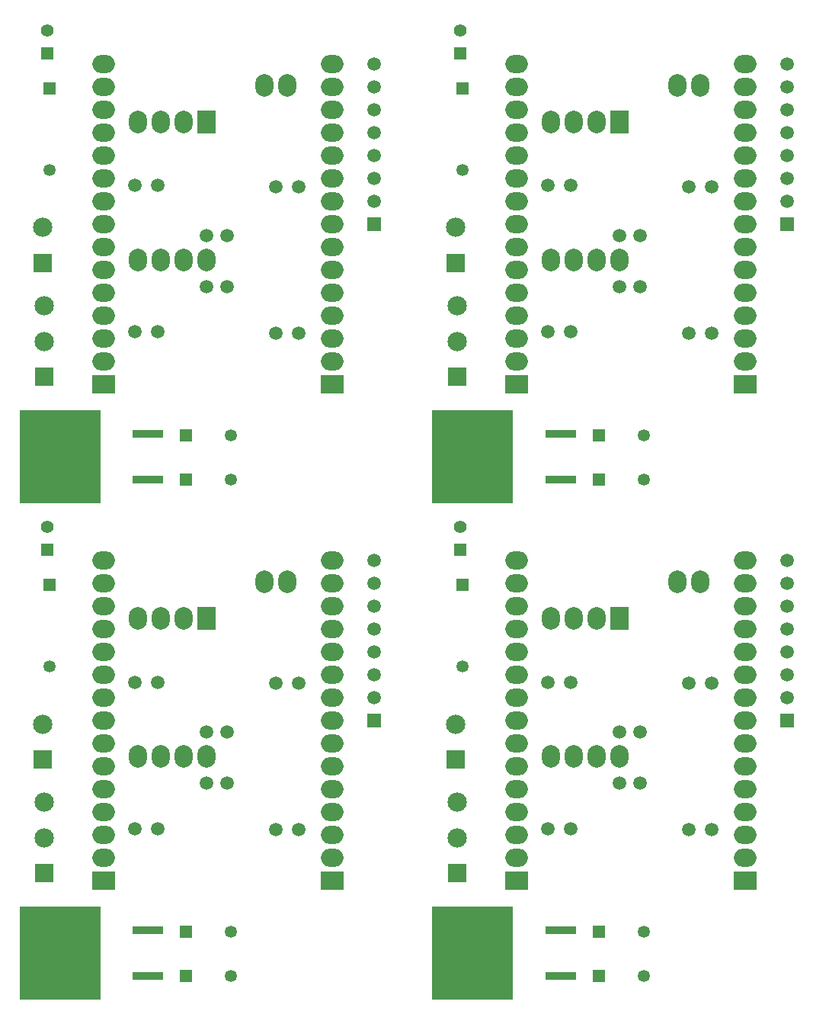
<source format=gbr>
G04*
G04 #@! TF.GenerationSoftware,Altium Limited,Altium Designer,25.4.2 (15)*
G04*
G04 Layer_Color=255*
%FSLAX44Y44*%
%MOMM*%
G71*
G04*
G04 #@! TF.SameCoordinates,E50F2220-639C-4698-B7CA-9BFD618F9179*
G04*
G04*
G04 #@! TF.FilePolarity,Positive*
G04*
G01*
G75*
%ADD10R,9.0000X10.3500*%
%ADD11R,3.5000X0.9500*%
%ADD13C,1.3500*%
%ADD14R,1.3500X1.3500*%
%ADD15O,2.0000X2.5000*%
%ADD16R,2.0000X2.5000*%
%ADD17C,1.5000*%
%ADD18R,1.5000X1.5000*%
%ADD19O,2.5000X2.0000*%
%ADD20R,2.5000X2.0000*%
%ADD21C,2.1500*%
%ADD22R,2.1500X2.1500*%
%ADD23C,1.4000*%
%ADD24R,1.4000X1.4000*%
%ADD25R,1.3500X1.3500*%
D10*
X566000Y339460D02*
D03*
X1024790D02*
D03*
X566000Y890730D02*
D03*
X1024790D02*
D03*
D11*
X663500Y364860D02*
D03*
Y314060D02*
D03*
X1122290Y364860D02*
D03*
Y314060D02*
D03*
X663500Y916130D02*
D03*
Y865330D02*
D03*
X1122290Y916130D02*
D03*
Y865330D02*
D03*
D13*
X755750Y313710D02*
D03*
Y362960D02*
D03*
X554250Y657960D02*
D03*
X1214540Y313710D02*
D03*
Y362960D02*
D03*
X1013040Y657960D02*
D03*
X755750Y864980D02*
D03*
Y914230D02*
D03*
X554250Y1209230D02*
D03*
X1214540Y864980D02*
D03*
Y914230D02*
D03*
X1013040Y1209230D02*
D03*
D14*
X705750Y313710D02*
D03*
Y362960D02*
D03*
X1164540Y313710D02*
D03*
Y362960D02*
D03*
X705750Y864980D02*
D03*
Y914230D02*
D03*
X1164540Y864980D02*
D03*
Y914230D02*
D03*
D15*
X793450Y752010D02*
D03*
X818850D02*
D03*
X653050Y557810D02*
D03*
X678450D02*
D03*
X703850D02*
D03*
X729250D02*
D03*
X653050Y711210D02*
D03*
X678450D02*
D03*
X703850D02*
D03*
X1252240Y752010D02*
D03*
X1277640D02*
D03*
X1111840Y557810D02*
D03*
X1137240D02*
D03*
X1162640D02*
D03*
X1188040D02*
D03*
X1111840Y711210D02*
D03*
X1137240D02*
D03*
X1162640D02*
D03*
X793450Y1303280D02*
D03*
X818850D02*
D03*
X653050Y1109080D02*
D03*
X678450D02*
D03*
X703850D02*
D03*
X729250D02*
D03*
X653050Y1262480D02*
D03*
X678450D02*
D03*
X703850D02*
D03*
X1252240Y1303280D02*
D03*
X1277640D02*
D03*
X1111840Y1109080D02*
D03*
X1137240D02*
D03*
X1162640D02*
D03*
X1188040D02*
D03*
X1111840Y1262480D02*
D03*
X1137240D02*
D03*
X1162640D02*
D03*
D16*
X729250Y711210D02*
D03*
X1188040D02*
D03*
X729250Y1262480D02*
D03*
X1188040D02*
D03*
D17*
X729250Y585210D02*
D03*
Y528210D02*
D03*
X915500Y623110D02*
D03*
Y648510D02*
D03*
Y673910D02*
D03*
Y699310D02*
D03*
Y724710D02*
D03*
Y750110D02*
D03*
Y775510D02*
D03*
X649750Y640270D02*
D03*
X675150D02*
D03*
X752000Y528210D02*
D03*
Y585210D02*
D03*
X831500Y476150D02*
D03*
X806100D02*
D03*
Y638710D02*
D03*
X831500D02*
D03*
X675150Y477710D02*
D03*
X649750D02*
D03*
X1188040Y585210D02*
D03*
Y528210D02*
D03*
X1374290Y623110D02*
D03*
Y648510D02*
D03*
Y673910D02*
D03*
Y699310D02*
D03*
Y724710D02*
D03*
Y750110D02*
D03*
Y775510D02*
D03*
X1108540Y640270D02*
D03*
X1133940D02*
D03*
X1210790Y528210D02*
D03*
Y585210D02*
D03*
X1290290Y476150D02*
D03*
X1264890D02*
D03*
Y638710D02*
D03*
X1290290D02*
D03*
X1133940Y477710D02*
D03*
X1108540D02*
D03*
X729250Y1136480D02*
D03*
Y1079480D02*
D03*
X915500Y1174380D02*
D03*
Y1199780D02*
D03*
Y1225180D02*
D03*
Y1250580D02*
D03*
Y1275980D02*
D03*
Y1301380D02*
D03*
Y1326780D02*
D03*
X649750Y1191540D02*
D03*
X675150D02*
D03*
X752000Y1079480D02*
D03*
Y1136480D02*
D03*
X831500Y1027420D02*
D03*
X806100D02*
D03*
Y1189980D02*
D03*
X831500D02*
D03*
X675150Y1028980D02*
D03*
X649750D02*
D03*
X1188040Y1136480D02*
D03*
Y1079480D02*
D03*
X1374290Y1174380D02*
D03*
Y1199780D02*
D03*
Y1225180D02*
D03*
Y1250580D02*
D03*
Y1275980D02*
D03*
Y1301380D02*
D03*
Y1326780D02*
D03*
X1108540Y1191540D02*
D03*
X1133940D02*
D03*
X1210790Y1079480D02*
D03*
Y1136480D02*
D03*
X1290290Y1027420D02*
D03*
X1264890D02*
D03*
Y1189980D02*
D03*
X1290290D02*
D03*
X1133940Y1028980D02*
D03*
X1108540D02*
D03*
D18*
X915500Y597710D02*
D03*
X1374290D02*
D03*
X915500Y1148980D02*
D03*
X1374290D02*
D03*
D19*
X868500Y775510D02*
D03*
Y750110D02*
D03*
Y724710D02*
D03*
Y699310D02*
D03*
Y673910D02*
D03*
Y648510D02*
D03*
Y623110D02*
D03*
Y597710D02*
D03*
Y572310D02*
D03*
Y546910D02*
D03*
Y521510D02*
D03*
Y496110D02*
D03*
Y470710D02*
D03*
Y445310D02*
D03*
X614500Y496110D02*
D03*
Y775510D02*
D03*
Y750110D02*
D03*
Y724710D02*
D03*
Y699310D02*
D03*
Y673910D02*
D03*
Y648510D02*
D03*
Y623110D02*
D03*
Y597710D02*
D03*
Y572310D02*
D03*
Y546910D02*
D03*
Y521510D02*
D03*
Y470710D02*
D03*
Y445310D02*
D03*
X1327290Y775510D02*
D03*
Y750110D02*
D03*
Y724710D02*
D03*
Y699310D02*
D03*
Y673910D02*
D03*
Y648510D02*
D03*
Y623110D02*
D03*
Y597710D02*
D03*
Y572310D02*
D03*
Y546910D02*
D03*
Y521510D02*
D03*
Y496110D02*
D03*
Y470710D02*
D03*
Y445310D02*
D03*
X1073290Y496110D02*
D03*
Y775510D02*
D03*
Y750110D02*
D03*
Y724710D02*
D03*
Y699310D02*
D03*
Y673910D02*
D03*
Y648510D02*
D03*
Y623110D02*
D03*
Y597710D02*
D03*
Y572310D02*
D03*
Y546910D02*
D03*
Y521510D02*
D03*
Y470710D02*
D03*
Y445310D02*
D03*
X868500Y1326780D02*
D03*
Y1301380D02*
D03*
Y1275980D02*
D03*
Y1250580D02*
D03*
Y1225180D02*
D03*
Y1199780D02*
D03*
Y1174380D02*
D03*
Y1148980D02*
D03*
Y1123580D02*
D03*
Y1098180D02*
D03*
Y1072780D02*
D03*
Y1047380D02*
D03*
Y1021980D02*
D03*
Y996580D02*
D03*
X614500Y1047380D02*
D03*
Y1326780D02*
D03*
Y1301380D02*
D03*
Y1275980D02*
D03*
Y1250580D02*
D03*
Y1225180D02*
D03*
Y1199780D02*
D03*
Y1174380D02*
D03*
Y1148980D02*
D03*
Y1123580D02*
D03*
Y1098180D02*
D03*
Y1072780D02*
D03*
Y1021980D02*
D03*
Y996580D02*
D03*
X1327290Y1326780D02*
D03*
Y1301380D02*
D03*
Y1275980D02*
D03*
Y1250580D02*
D03*
Y1225180D02*
D03*
Y1199780D02*
D03*
Y1174380D02*
D03*
Y1148980D02*
D03*
Y1123580D02*
D03*
Y1098180D02*
D03*
Y1072780D02*
D03*
Y1047380D02*
D03*
Y1021980D02*
D03*
Y996580D02*
D03*
X1073290Y1047380D02*
D03*
Y1326780D02*
D03*
Y1301380D02*
D03*
Y1275980D02*
D03*
Y1250580D02*
D03*
Y1225180D02*
D03*
Y1199780D02*
D03*
Y1174380D02*
D03*
Y1148980D02*
D03*
Y1123580D02*
D03*
Y1098180D02*
D03*
Y1072780D02*
D03*
Y1021980D02*
D03*
Y996580D02*
D03*
D20*
X868500Y419910D02*
D03*
X614500D02*
D03*
X1327290D02*
D03*
X1073290D02*
D03*
X868500Y971180D02*
D03*
X614500D02*
D03*
X1327290D02*
D03*
X1073290D02*
D03*
D21*
X548750Y507060D02*
D03*
Y467460D02*
D03*
X547250Y593710D02*
D03*
X1007540Y507060D02*
D03*
Y467460D02*
D03*
X1006040Y593710D02*
D03*
X548750Y1058330D02*
D03*
Y1018730D02*
D03*
X547250Y1144980D02*
D03*
X1007540Y1058330D02*
D03*
Y1018730D02*
D03*
X1006040Y1144980D02*
D03*
D22*
X548750Y427860D02*
D03*
X547250Y554110D02*
D03*
X1007540Y427860D02*
D03*
X1006040Y554110D02*
D03*
X548750Y979130D02*
D03*
X547250Y1105380D02*
D03*
X1007540Y979130D02*
D03*
X1006040Y1105380D02*
D03*
D23*
X551750Y812911D02*
D03*
X1010540D02*
D03*
X551750Y1364181D02*
D03*
X1010540D02*
D03*
D24*
X551750Y787510D02*
D03*
X1010540D02*
D03*
X551750Y1338780D02*
D03*
X1010540D02*
D03*
D25*
X554250Y747960D02*
D03*
X1013040D02*
D03*
X554250Y1299230D02*
D03*
X1013040D02*
D03*
M02*

</source>
